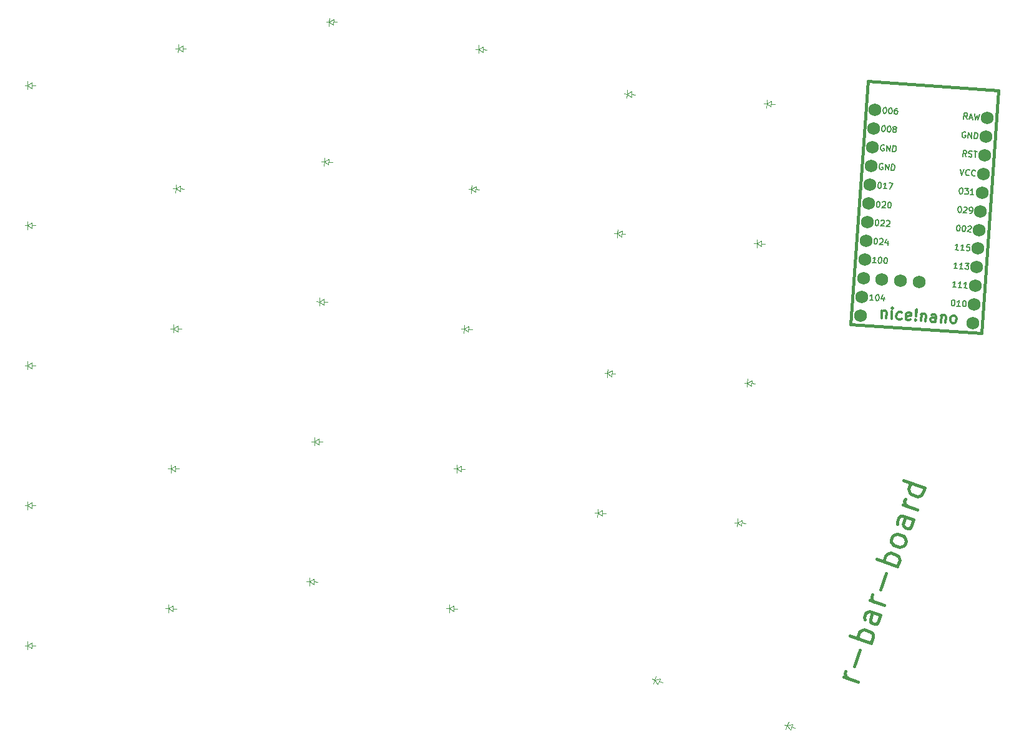
<source format=gbr>
%TF.GenerationSoftware,KiCad,Pcbnew,8.0.4*%
%TF.CreationDate,2024-08-23T21:57:30-04:00*%
%TF.ProjectId,left,6c656674-2e6b-4696-9361-645f70636258,v1.0.0*%
%TF.SameCoordinates,Original*%
%TF.FileFunction,Legend,Top*%
%TF.FilePolarity,Positive*%
%FSLAX46Y46*%
G04 Gerber Fmt 4.6, Leading zero omitted, Abs format (unit mm)*
G04 Created by KiCad (PCBNEW 8.0.4) date 2024-08-23 21:57:30*
%MOMM*%
%LPD*%
G01*
G04 APERTURE LIST*
%ADD10C,0.400000*%
%ADD11C,0.150000*%
%ADD12C,0.300000*%
%ADD13C,0.100000*%
%ADD14C,0.381000*%
%ADD15C,1.752600*%
G04 APERTURE END LIST*
D10*
X162266617Y-199941124D02*
X160375579Y-199289987D01*
X160915876Y-199476026D02*
X160692237Y-199247933D01*
X160692237Y-199247933D02*
X160603673Y-199066349D01*
X160603673Y-199066349D02*
X160561618Y-198749691D01*
X160561618Y-198749691D02*
X160654638Y-198479543D01*
X161790651Y-197813082D02*
X162534806Y-195651897D01*
X164080497Y-194673234D02*
X161243941Y-193696529D01*
X162324533Y-194068607D02*
X162282479Y-193751949D01*
X162282479Y-193751949D02*
X162468518Y-193211653D01*
X162468518Y-193211653D02*
X162696611Y-192988015D01*
X162696611Y-192988015D02*
X162878195Y-192899450D01*
X162878195Y-192899450D02*
X163194853Y-192857396D01*
X163194853Y-192857396D02*
X164005298Y-193136454D01*
X164005298Y-193136454D02*
X164228936Y-193364548D01*
X164228936Y-193364548D02*
X164317500Y-193546132D01*
X164317500Y-193546132D02*
X164359555Y-193862789D01*
X164359555Y-193862789D02*
X164173516Y-194403086D01*
X164173516Y-194403086D02*
X163945422Y-194626724D01*
X165382769Y-190891159D02*
X163896954Y-190379552D01*
X163896954Y-190379552D02*
X163580296Y-190421607D01*
X163580296Y-190421607D02*
X163352203Y-190645245D01*
X163352203Y-190645245D02*
X163166164Y-191185542D01*
X163166164Y-191185542D02*
X163208219Y-191502200D01*
X165247695Y-190844650D02*
X165289750Y-191161308D01*
X165289750Y-191161308D02*
X165057201Y-191836678D01*
X165057201Y-191836678D02*
X164829108Y-192060316D01*
X164829108Y-192060316D02*
X164512450Y-192102371D01*
X164512450Y-192102371D02*
X164242301Y-192009351D01*
X164242301Y-192009351D02*
X164018663Y-191781258D01*
X164018663Y-191781258D02*
X163976608Y-191464600D01*
X163976608Y-191464600D02*
X164209157Y-190789230D01*
X164209157Y-190789230D02*
X164167102Y-190472572D01*
X165847867Y-189540418D02*
X163956830Y-188889282D01*
X164497126Y-189075321D02*
X164273487Y-188847227D01*
X164273487Y-188847227D02*
X164184923Y-188665644D01*
X164184923Y-188665644D02*
X164142868Y-188348986D01*
X164142868Y-188348986D02*
X164235888Y-188078837D01*
X165371901Y-187412377D02*
X166116056Y-185251192D01*
X167661747Y-184272529D02*
X164825191Y-183295824D01*
X165905783Y-183667902D02*
X165863729Y-183351244D01*
X165863729Y-183351244D02*
X166049768Y-182810948D01*
X166049768Y-182810948D02*
X166277861Y-182587309D01*
X166277861Y-182587309D02*
X166459445Y-182498745D01*
X166459445Y-182498745D02*
X166776103Y-182456690D01*
X166776103Y-182456690D02*
X167586548Y-182735749D01*
X167586548Y-182735749D02*
X167810186Y-182963842D01*
X167810186Y-182963842D02*
X167898750Y-183145426D01*
X167898750Y-183145426D02*
X167940805Y-183462084D01*
X167940805Y-183462084D02*
X167754766Y-184002380D01*
X167754766Y-184002380D02*
X167526672Y-184226019D01*
X168684961Y-181300899D02*
X168456867Y-181524537D01*
X168456867Y-181524537D02*
X168275283Y-181613101D01*
X168275283Y-181613101D02*
X167958626Y-181655156D01*
X167958626Y-181655156D02*
X167148181Y-181376098D01*
X167148181Y-181376098D02*
X166924543Y-181148004D01*
X166924543Y-181148004D02*
X166835978Y-180966420D01*
X166835978Y-180966420D02*
X166793924Y-180649762D01*
X166793924Y-180649762D02*
X166933453Y-180244540D01*
X166933453Y-180244540D02*
X167161546Y-180020902D01*
X167161546Y-180020902D02*
X167343130Y-179932337D01*
X167343130Y-179932337D02*
X167659788Y-179890283D01*
X167659788Y-179890283D02*
X168470233Y-180169341D01*
X168470233Y-180169341D02*
X168693871Y-180397435D01*
X168693871Y-180397435D02*
X168782435Y-180579018D01*
X168782435Y-180579018D02*
X168824490Y-180895676D01*
X168824490Y-180895676D02*
X168684961Y-181300899D01*
X169847704Y-177924046D02*
X168361889Y-177412439D01*
X168361889Y-177412439D02*
X168045232Y-177454494D01*
X168045232Y-177454494D02*
X167817138Y-177678132D01*
X167817138Y-177678132D02*
X167631099Y-178218429D01*
X167631099Y-178218429D02*
X167673154Y-178535086D01*
X169712630Y-177877536D02*
X169754685Y-178194194D01*
X169754685Y-178194194D02*
X169522136Y-178869565D01*
X169522136Y-178869565D02*
X169294043Y-179093203D01*
X169294043Y-179093203D02*
X168977385Y-179135258D01*
X168977385Y-179135258D02*
X168707237Y-179042238D01*
X168707237Y-179042238D02*
X168483598Y-178814145D01*
X168483598Y-178814145D02*
X168441544Y-178497487D01*
X168441544Y-178497487D02*
X168674092Y-177822117D01*
X168674092Y-177822117D02*
X168632038Y-177505459D01*
X170312802Y-176573305D02*
X168421765Y-175922169D01*
X168962061Y-176108208D02*
X168738423Y-175880114D01*
X168738423Y-175880114D02*
X168649858Y-175698530D01*
X168649858Y-175698530D02*
X168607804Y-175381873D01*
X168607804Y-175381873D02*
X168700823Y-175111724D01*
X171336016Y-173601675D02*
X168499460Y-172624971D01*
X171200942Y-173555165D02*
X171242997Y-173871823D01*
X171242997Y-173871823D02*
X171056958Y-174412120D01*
X171056958Y-174412120D02*
X170828864Y-174635758D01*
X170828864Y-174635758D02*
X170647280Y-174724322D01*
X170647280Y-174724322D02*
X170330622Y-174766377D01*
X170330622Y-174766377D02*
X169520178Y-174487319D01*
X169520178Y-174487319D02*
X169296539Y-174259225D01*
X169296539Y-174259225D02*
X169207975Y-174077641D01*
X169207975Y-174077641D02*
X169165920Y-173760983D01*
X169165920Y-173760983D02*
X169351959Y-173220687D01*
X169351959Y-173220687D02*
X169580053Y-172997049D01*
D11*
X176272642Y-132897802D02*
X176348647Y-132903117D01*
X176348647Y-132903117D02*
X176421995Y-132946434D01*
X176421995Y-132946434D02*
X176457340Y-132987094D01*
X176457340Y-132987094D02*
X176490027Y-133065756D01*
X176490027Y-133065756D02*
X176517400Y-133220423D01*
X176517400Y-133220423D02*
X176504113Y-133410435D01*
X176504113Y-133410435D02*
X176455481Y-133559788D01*
X176455481Y-133559788D02*
X176412164Y-133633135D01*
X176412164Y-133633135D02*
X176371504Y-133668480D01*
X176371504Y-133668480D02*
X176292842Y-133701168D01*
X176292842Y-133701168D02*
X176216837Y-133695853D01*
X176216837Y-133695853D02*
X176143489Y-133652536D01*
X176143489Y-133652536D02*
X176108144Y-133611876D01*
X176108144Y-133611876D02*
X176075457Y-133533214D01*
X176075457Y-133533214D02*
X176048084Y-133378547D01*
X176048084Y-133378547D02*
X176061371Y-133188534D01*
X176061371Y-133188534D02*
X176110003Y-133039182D01*
X176110003Y-133039182D02*
X176153320Y-132965835D01*
X176153320Y-132965835D02*
X176193980Y-132930489D01*
X176193980Y-132930489D02*
X176272642Y-132897802D01*
X176804677Y-132935005D02*
X177298708Y-132969551D01*
X177298708Y-132969551D02*
X177011432Y-133254969D01*
X177011432Y-133254969D02*
X177125439Y-133262941D01*
X177125439Y-133262941D02*
X177198787Y-133306259D01*
X177198787Y-133306259D02*
X177234132Y-133346918D01*
X177234132Y-133346918D02*
X177266820Y-133425581D01*
X177266820Y-133425581D02*
X177253533Y-133615593D01*
X177253533Y-133615593D02*
X177210215Y-133688940D01*
X177210215Y-133688940D02*
X177169556Y-133724285D01*
X177169556Y-133724285D02*
X177090893Y-133756973D01*
X177090893Y-133756973D02*
X176862879Y-133741029D01*
X176862879Y-133741029D02*
X176789531Y-133697711D01*
X176789531Y-133697711D02*
X176754186Y-133657052D01*
X178002952Y-133820750D02*
X177546923Y-133788862D01*
X177774937Y-133804806D02*
X177830743Y-133006755D01*
X177830743Y-133006755D02*
X177746766Y-133115447D01*
X177746766Y-133115447D02*
X177665446Y-133186137D01*
X177665446Y-133186137D02*
X177586784Y-133218825D01*
X175918279Y-137965427D02*
X175994284Y-137970742D01*
X175994284Y-137970742D02*
X176067632Y-138014059D01*
X176067632Y-138014059D02*
X176102977Y-138054719D01*
X176102977Y-138054719D02*
X176135664Y-138133381D01*
X176135664Y-138133381D02*
X176163037Y-138288048D01*
X176163037Y-138288048D02*
X176149750Y-138478060D01*
X176149750Y-138478060D02*
X176101118Y-138627413D01*
X176101118Y-138627413D02*
X176057801Y-138700760D01*
X176057801Y-138700760D02*
X176017141Y-138736105D01*
X176017141Y-138736105D02*
X175938479Y-138768793D01*
X175938479Y-138768793D02*
X175862474Y-138763478D01*
X175862474Y-138763478D02*
X175789126Y-138720161D01*
X175789126Y-138720161D02*
X175753781Y-138679501D01*
X175753781Y-138679501D02*
X175721094Y-138600839D01*
X175721094Y-138600839D02*
X175693721Y-138446172D01*
X175693721Y-138446172D02*
X175707008Y-138256159D01*
X175707008Y-138256159D02*
X175755640Y-138106807D01*
X175755640Y-138106807D02*
X175798957Y-138033460D01*
X175798957Y-138033460D02*
X175839617Y-137998114D01*
X175839617Y-137998114D02*
X175918279Y-137965427D01*
X176678328Y-138018575D02*
X176754333Y-138023889D01*
X176754333Y-138023889D02*
X176827681Y-138067207D01*
X176827681Y-138067207D02*
X176863026Y-138107866D01*
X176863026Y-138107866D02*
X176895713Y-138186529D01*
X176895713Y-138186529D02*
X176923086Y-138341196D01*
X176923086Y-138341196D02*
X176909799Y-138531208D01*
X176909799Y-138531208D02*
X176861167Y-138680560D01*
X176861167Y-138680560D02*
X176817850Y-138753908D01*
X176817850Y-138753908D02*
X176777190Y-138789253D01*
X176777190Y-138789253D02*
X176698528Y-138821941D01*
X176698528Y-138821941D02*
X176622523Y-138816626D01*
X176622523Y-138816626D02*
X176549176Y-138773309D01*
X176549176Y-138773309D02*
X176513830Y-138732649D01*
X176513830Y-138732649D02*
X176481143Y-138653987D01*
X176481143Y-138653987D02*
X176453770Y-138499319D01*
X176453770Y-138499319D02*
X176467057Y-138309307D01*
X176467057Y-138309307D02*
X176515689Y-138159955D01*
X176515689Y-138159955D02*
X176559006Y-138086607D01*
X176559006Y-138086607D02*
X176599666Y-138051262D01*
X176599666Y-138051262D02*
X176678328Y-138018575D01*
X177243050Y-138134440D02*
X177283710Y-138099095D01*
X177283710Y-138099095D02*
X177362372Y-138066408D01*
X177362372Y-138066408D02*
X177552385Y-138079695D01*
X177552385Y-138079695D02*
X177625732Y-138123012D01*
X177625732Y-138123012D02*
X177661077Y-138163672D01*
X177661077Y-138163672D02*
X177693765Y-138242334D01*
X177693765Y-138242334D02*
X177688450Y-138318339D01*
X177688450Y-138318339D02*
X177642475Y-138429689D01*
X177642475Y-138429689D02*
X177154557Y-138853829D01*
X177154557Y-138853829D02*
X177648589Y-138888375D01*
X175596947Y-146383518D02*
X175140918Y-146351629D01*
X175368932Y-146367573D02*
X175424738Y-145569522D01*
X175424738Y-145569522D02*
X175340761Y-145678215D01*
X175340761Y-145678215D02*
X175259441Y-145748905D01*
X175259441Y-145748905D02*
X175180779Y-145781592D01*
X176356996Y-146436666D02*
X175900967Y-146404777D01*
X176128981Y-146420721D02*
X176184787Y-145622670D01*
X176184787Y-145622670D02*
X176100810Y-145731363D01*
X176100810Y-145731363D02*
X176019490Y-145802053D01*
X176019490Y-145802053D02*
X175940828Y-145834740D01*
X177117045Y-146489813D02*
X176661016Y-146457925D01*
X176889030Y-146473869D02*
X176944836Y-145675818D01*
X176944836Y-145675818D02*
X176860859Y-145784510D01*
X176860859Y-145784510D02*
X176779539Y-145855200D01*
X176779539Y-145855200D02*
X176700877Y-145887888D01*
X164693693Y-139726730D02*
X164769698Y-139732045D01*
X164769698Y-139732045D02*
X164843046Y-139775362D01*
X164843046Y-139775362D02*
X164878391Y-139816022D01*
X164878391Y-139816022D02*
X164911078Y-139894684D01*
X164911078Y-139894684D02*
X164938451Y-140049351D01*
X164938451Y-140049351D02*
X164925164Y-140239363D01*
X164925164Y-140239363D02*
X164876532Y-140388716D01*
X164876532Y-140388716D02*
X164833215Y-140462063D01*
X164833215Y-140462063D02*
X164792555Y-140497408D01*
X164792555Y-140497408D02*
X164713893Y-140530096D01*
X164713893Y-140530096D02*
X164637888Y-140524781D01*
X164637888Y-140524781D02*
X164564540Y-140481464D01*
X164564540Y-140481464D02*
X164529195Y-140440804D01*
X164529195Y-140440804D02*
X164496508Y-140362142D01*
X164496508Y-140362142D02*
X164469135Y-140207475D01*
X164469135Y-140207475D02*
X164482422Y-140017462D01*
X164482422Y-140017462D02*
X164531054Y-139868110D01*
X164531054Y-139868110D02*
X164574371Y-139794763D01*
X164574371Y-139794763D02*
X164615031Y-139759417D01*
X164615031Y-139759417D02*
X164693693Y-139726730D01*
X165258415Y-139842596D02*
X165299075Y-139807250D01*
X165299075Y-139807250D02*
X165377737Y-139774563D01*
X165377737Y-139774563D02*
X165567750Y-139787850D01*
X165567750Y-139787850D02*
X165641097Y-139831167D01*
X165641097Y-139831167D02*
X165676442Y-139871827D01*
X165676442Y-139871827D02*
X165709130Y-139950489D01*
X165709130Y-139950489D02*
X165703815Y-140026494D01*
X165703815Y-140026494D02*
X165657840Y-140137844D01*
X165657840Y-140137844D02*
X165169922Y-140561985D01*
X165169922Y-140561985D02*
X165663954Y-140596531D01*
X166385202Y-140112329D02*
X166347998Y-140644364D01*
X166216449Y-139795023D02*
X165986576Y-140351773D01*
X165986576Y-140351773D02*
X166480607Y-140386319D01*
X165224540Y-132135268D02*
X165300545Y-132140583D01*
X165300545Y-132140583D02*
X165373893Y-132183900D01*
X165373893Y-132183900D02*
X165409238Y-132224560D01*
X165409238Y-132224560D02*
X165441925Y-132303222D01*
X165441925Y-132303222D02*
X165469298Y-132457889D01*
X165469298Y-132457889D02*
X165456011Y-132647901D01*
X165456011Y-132647901D02*
X165407379Y-132797254D01*
X165407379Y-132797254D02*
X165364062Y-132870601D01*
X165364062Y-132870601D02*
X165323402Y-132905946D01*
X165323402Y-132905946D02*
X165244740Y-132938634D01*
X165244740Y-132938634D02*
X165168735Y-132933319D01*
X165168735Y-132933319D02*
X165095387Y-132890002D01*
X165095387Y-132890002D02*
X165060042Y-132849342D01*
X165060042Y-132849342D02*
X165027355Y-132770680D01*
X165027355Y-132770680D02*
X164999982Y-132616013D01*
X164999982Y-132616013D02*
X165013269Y-132426000D01*
X165013269Y-132426000D02*
X165061901Y-132276648D01*
X165061901Y-132276648D02*
X165105218Y-132203301D01*
X165105218Y-132203301D02*
X165145878Y-132167955D01*
X165145878Y-132167955D02*
X165224540Y-132135268D01*
X166194801Y-133005069D02*
X165738772Y-132973180D01*
X165966786Y-132989124D02*
X166022592Y-132191073D01*
X166022592Y-132191073D02*
X165938615Y-132299766D01*
X165938615Y-132299766D02*
X165857295Y-132370456D01*
X165857295Y-132370456D02*
X165778633Y-132403143D01*
X166516624Y-132225619D02*
X167048658Y-132262823D01*
X167048658Y-132262823D02*
X166650831Y-133036957D01*
D12*
X165563997Y-149579473D02*
X165494240Y-150577037D01*
X165554032Y-149721982D02*
X165630269Y-149655710D01*
X165630269Y-149655710D02*
X165777760Y-149594421D01*
X165777760Y-149594421D02*
X165991524Y-149609369D01*
X165991524Y-149609369D02*
X166129051Y-149690588D01*
X166129051Y-149690588D02*
X166190340Y-149838080D01*
X166190340Y-149838080D02*
X166135531Y-150621880D01*
X166848077Y-150671707D02*
X166917834Y-149674142D01*
X166952712Y-149175360D02*
X166876475Y-149241632D01*
X166876475Y-149241632D02*
X166942747Y-149317870D01*
X166942747Y-149317870D02*
X167018984Y-149251598D01*
X167018984Y-149251598D02*
X166952712Y-149175360D01*
X166952712Y-149175360D02*
X166942747Y-149317870D01*
X168206897Y-150695121D02*
X168059405Y-150756411D01*
X168059405Y-150756411D02*
X167774387Y-150736480D01*
X167774387Y-150736480D02*
X167636861Y-150655261D01*
X167636861Y-150655261D02*
X167570589Y-150579023D01*
X167570589Y-150579023D02*
X167509299Y-150431532D01*
X167509299Y-150431532D02*
X167539195Y-150004004D01*
X167539195Y-150004004D02*
X167620415Y-149866478D01*
X167620415Y-149866478D02*
X167696652Y-149800206D01*
X167696652Y-149800206D02*
X167844144Y-149738916D01*
X167844144Y-149738916D02*
X168129162Y-149758847D01*
X168129162Y-149758847D02*
X168266688Y-149840067D01*
X169418225Y-150779826D02*
X169270733Y-150841115D01*
X169270733Y-150841115D02*
X168985715Y-150821185D01*
X168985715Y-150821185D02*
X168848188Y-150739965D01*
X168848188Y-150739965D02*
X168786899Y-150592473D01*
X168786899Y-150592473D02*
X168826760Y-150022437D01*
X168826760Y-150022437D02*
X168907979Y-149884910D01*
X168907979Y-149884910D02*
X169055471Y-149823621D01*
X169055471Y-149823621D02*
X169340489Y-149843551D01*
X169340489Y-149843551D02*
X169478016Y-149924771D01*
X169478016Y-149924771D02*
X169539305Y-150072263D01*
X169539305Y-150072263D02*
X169529340Y-150214772D01*
X169529340Y-150214772D02*
X168806829Y-150307455D01*
X170135753Y-150758397D02*
X170202025Y-150834634D01*
X170202025Y-150834634D02*
X170125788Y-150900906D01*
X170125788Y-150900906D02*
X170059516Y-150824669D01*
X170059516Y-150824669D02*
X170135753Y-150758397D01*
X170135753Y-150758397D02*
X170125788Y-150900906D01*
X170165648Y-150330870D02*
X170154185Y-149470832D01*
X170154185Y-149470832D02*
X170230422Y-149404560D01*
X170230422Y-149404560D02*
X170296694Y-149480797D01*
X170296694Y-149480797D02*
X170165648Y-150330870D01*
X170165648Y-150330870D02*
X170230422Y-149404560D01*
X170908090Y-149953168D02*
X170838334Y-150950732D01*
X170898125Y-150095678D02*
X170974362Y-150029406D01*
X170974362Y-150029406D02*
X171121854Y-149968116D01*
X171121854Y-149968116D02*
X171335617Y-149983064D01*
X171335617Y-149983064D02*
X171473144Y-150064284D01*
X171473144Y-150064284D02*
X171534433Y-150211776D01*
X171534433Y-150211776D02*
X171479625Y-150995576D01*
X172833462Y-151090245D02*
X172888270Y-150306445D01*
X172888270Y-150306445D02*
X172826981Y-150158953D01*
X172826981Y-150158953D02*
X172689455Y-150077734D01*
X172689455Y-150077734D02*
X172404436Y-150057803D01*
X172404436Y-150057803D02*
X172256944Y-150119092D01*
X172838444Y-151018991D02*
X172690953Y-151080280D01*
X172690953Y-151080280D02*
X172334680Y-151055367D01*
X172334680Y-151055367D02*
X172197153Y-150974147D01*
X172197153Y-150974147D02*
X172135864Y-150826656D01*
X172135864Y-150826656D02*
X172145829Y-150684146D01*
X172145829Y-150684146D02*
X172227049Y-150546620D01*
X172227049Y-150546620D02*
X172374541Y-150485331D01*
X172374541Y-150485331D02*
X172730813Y-150510244D01*
X172730813Y-150510244D02*
X172878305Y-150448954D01*
X173615764Y-150142507D02*
X173546008Y-151140071D01*
X173605799Y-150285017D02*
X173682036Y-150218745D01*
X173682036Y-150218745D02*
X173829528Y-150157455D01*
X173829528Y-150157455D02*
X174043292Y-150172403D01*
X174043292Y-150172403D02*
X174180818Y-150253623D01*
X174180818Y-150253623D02*
X174242108Y-150401115D01*
X174242108Y-150401115D02*
X174187299Y-151184915D01*
X175113608Y-151249689D02*
X174976082Y-151168469D01*
X174976082Y-151168469D02*
X174909810Y-151092232D01*
X174909810Y-151092232D02*
X174848521Y-150944740D01*
X174848521Y-150944740D02*
X174878416Y-150517213D01*
X174878416Y-150517213D02*
X174959636Y-150379686D01*
X174959636Y-150379686D02*
X175035873Y-150313414D01*
X175035873Y-150313414D02*
X175183365Y-150252125D01*
X175183365Y-150252125D02*
X175397129Y-150267073D01*
X175397129Y-150267073D02*
X175534655Y-150348292D01*
X175534655Y-150348292D02*
X175600927Y-150424530D01*
X175600927Y-150424530D02*
X175662217Y-150572021D01*
X175662217Y-150572021D02*
X175632321Y-150999549D01*
X175632321Y-150999549D02*
X175551101Y-151137075D01*
X175551101Y-151137075D02*
X175474864Y-151203347D01*
X175474864Y-151203347D02*
X175327372Y-151264637D01*
X175327372Y-151264637D02*
X175113608Y-151249689D01*
D11*
X165842960Y-127114269D02*
X165769613Y-127070952D01*
X165769613Y-127070952D02*
X165655606Y-127062980D01*
X165655606Y-127062980D02*
X165538941Y-127093010D01*
X165538941Y-127093010D02*
X165457621Y-127163700D01*
X165457621Y-127163700D02*
X165414304Y-127237048D01*
X165414304Y-127237048D02*
X165365672Y-127386400D01*
X165365672Y-127386400D02*
X165357700Y-127500407D01*
X165357700Y-127500407D02*
X165385073Y-127655075D01*
X165385073Y-127655075D02*
X165417760Y-127733737D01*
X165417760Y-127733737D02*
X165488451Y-127815056D01*
X165488451Y-127815056D02*
X165599800Y-127861031D01*
X165599800Y-127861031D02*
X165675805Y-127866346D01*
X165675805Y-127866346D02*
X165792470Y-127836316D01*
X165792470Y-127836316D02*
X165833130Y-127800971D01*
X165833130Y-127800971D02*
X165851732Y-127534953D01*
X165851732Y-127534953D02*
X165699722Y-127524324D01*
X166169837Y-127900892D02*
X166225642Y-127102841D01*
X166225642Y-127102841D02*
X166625866Y-127932781D01*
X166625866Y-127932781D02*
X166681671Y-127134729D01*
X167005890Y-127959354D02*
X167061696Y-127161303D01*
X167061696Y-127161303D02*
X167251708Y-127174590D01*
X167251708Y-127174590D02*
X167363058Y-127220565D01*
X167363058Y-127220565D02*
X167433748Y-127301884D01*
X167433748Y-127301884D02*
X167466436Y-127380547D01*
X167466436Y-127380547D02*
X167493808Y-127535214D01*
X167493808Y-127535214D02*
X167485836Y-127649221D01*
X167485836Y-127649221D02*
X167437204Y-127798574D01*
X167437204Y-127798574D02*
X167393887Y-127871921D01*
X167393887Y-127871921D02*
X167312567Y-127942611D01*
X167312567Y-127942611D02*
X167195903Y-127972641D01*
X167195903Y-127972641D02*
X167005890Y-127959354D01*
X175774128Y-143849706D02*
X175318099Y-143817817D01*
X175546113Y-143833761D02*
X175601919Y-143035710D01*
X175601919Y-143035710D02*
X175517942Y-143144403D01*
X175517942Y-143144403D02*
X175436622Y-143215093D01*
X175436622Y-143215093D02*
X175357960Y-143247780D01*
X176534177Y-143902854D02*
X176078148Y-143870965D01*
X176306162Y-143886909D02*
X176361968Y-143088858D01*
X176361968Y-143088858D02*
X176277991Y-143197551D01*
X176277991Y-143197551D02*
X176196671Y-143268241D01*
X176196671Y-143268241D02*
X176118009Y-143300928D01*
X176856000Y-143123404D02*
X177350031Y-143157950D01*
X177350031Y-143157950D02*
X177062755Y-143443368D01*
X177062755Y-143443368D02*
X177176762Y-143451340D01*
X177176762Y-143451340D02*
X177250110Y-143494657D01*
X177250110Y-143494657D02*
X177285455Y-143535317D01*
X177285455Y-143535317D02*
X177318143Y-143613979D01*
X177318143Y-143613979D02*
X177304856Y-143803992D01*
X177304856Y-143803992D02*
X177261538Y-143877339D01*
X177261538Y-143877339D02*
X177220879Y-143912684D01*
X177220879Y-143912684D02*
X177142216Y-143945372D01*
X177142216Y-143945372D02*
X176914202Y-143929427D01*
X176914202Y-143929427D02*
X176840854Y-143886110D01*
X176840854Y-143886110D02*
X176805509Y-143845450D01*
X164868782Y-137222844D02*
X164944787Y-137228159D01*
X164944787Y-137228159D02*
X165018135Y-137271476D01*
X165018135Y-137271476D02*
X165053480Y-137312136D01*
X165053480Y-137312136D02*
X165086167Y-137390798D01*
X165086167Y-137390798D02*
X165113540Y-137545465D01*
X165113540Y-137545465D02*
X165100253Y-137735477D01*
X165100253Y-137735477D02*
X165051621Y-137884830D01*
X165051621Y-137884830D02*
X165008304Y-137958177D01*
X165008304Y-137958177D02*
X164967644Y-137993522D01*
X164967644Y-137993522D02*
X164888982Y-138026210D01*
X164888982Y-138026210D02*
X164812977Y-138020895D01*
X164812977Y-138020895D02*
X164739629Y-137977578D01*
X164739629Y-137977578D02*
X164704284Y-137936918D01*
X164704284Y-137936918D02*
X164671597Y-137858256D01*
X164671597Y-137858256D02*
X164644224Y-137703589D01*
X164644224Y-137703589D02*
X164657511Y-137513576D01*
X164657511Y-137513576D02*
X164706143Y-137364224D01*
X164706143Y-137364224D02*
X164749460Y-137290877D01*
X164749460Y-137290877D02*
X164790120Y-137255531D01*
X164790120Y-137255531D02*
X164868782Y-137222844D01*
X165433504Y-137338710D02*
X165474164Y-137303364D01*
X165474164Y-137303364D02*
X165552826Y-137270677D01*
X165552826Y-137270677D02*
X165742839Y-137283964D01*
X165742839Y-137283964D02*
X165816186Y-137327281D01*
X165816186Y-137327281D02*
X165851531Y-137367941D01*
X165851531Y-137367941D02*
X165884219Y-137446603D01*
X165884219Y-137446603D02*
X165878904Y-137522608D01*
X165878904Y-137522608D02*
X165832929Y-137633958D01*
X165832929Y-137633958D02*
X165345011Y-138058099D01*
X165345011Y-138058099D02*
X165839043Y-138092645D01*
X166193553Y-137391857D02*
X166234213Y-137356512D01*
X166234213Y-137356512D02*
X166312875Y-137323825D01*
X166312875Y-137323825D02*
X166502888Y-137337112D01*
X166502888Y-137337112D02*
X166576235Y-137380429D01*
X166576235Y-137380429D02*
X166611580Y-137421089D01*
X166611580Y-137421089D02*
X166644268Y-137499751D01*
X166644268Y-137499751D02*
X166638953Y-137575756D01*
X166638953Y-137575756D02*
X166592978Y-137687106D01*
X166592978Y-137687106D02*
X166105060Y-138111246D01*
X166105060Y-138111246D02*
X166599092Y-138145792D01*
X164372361Y-148144821D02*
X163916332Y-148112932D01*
X164144346Y-148128876D02*
X164200152Y-147330825D01*
X164200152Y-147330825D02*
X164116175Y-147439518D01*
X164116175Y-147439518D02*
X164034855Y-147510208D01*
X164034855Y-147510208D02*
X163956193Y-147542895D01*
X164922198Y-147381316D02*
X164998203Y-147386630D01*
X164998203Y-147386630D02*
X165071551Y-147429948D01*
X165071551Y-147429948D02*
X165106896Y-147470607D01*
X165106896Y-147470607D02*
X165139583Y-147549270D01*
X165139583Y-147549270D02*
X165166956Y-147703937D01*
X165166956Y-147703937D02*
X165153669Y-147893949D01*
X165153669Y-147893949D02*
X165105037Y-148043301D01*
X165105037Y-148043301D02*
X165061720Y-148116649D01*
X165061720Y-148116649D02*
X165021060Y-148151994D01*
X165021060Y-148151994D02*
X164942398Y-148184682D01*
X164942398Y-148184682D02*
X164866393Y-148179367D01*
X164866393Y-148179367D02*
X164793046Y-148136050D01*
X164793046Y-148136050D02*
X164757700Y-148095390D01*
X164757700Y-148095390D02*
X164725013Y-148016728D01*
X164725013Y-148016728D02*
X164697640Y-147862060D01*
X164697640Y-147862060D02*
X164710927Y-147672048D01*
X164710927Y-147672048D02*
X164759559Y-147522696D01*
X164759559Y-147522696D02*
X164802876Y-147449348D01*
X164802876Y-147449348D02*
X164843536Y-147414003D01*
X164843536Y-147414003D02*
X164922198Y-147381316D01*
X165853658Y-147713767D02*
X165816454Y-148245802D01*
X165684905Y-147396461D02*
X165455032Y-147953211D01*
X165455032Y-147953211D02*
X165949063Y-147987757D01*
X164726724Y-143077196D02*
X164270695Y-143045307D01*
X164498709Y-143061251D02*
X164554515Y-142263200D01*
X164554515Y-142263200D02*
X164470538Y-142371893D01*
X164470538Y-142371893D02*
X164389218Y-142442583D01*
X164389218Y-142442583D02*
X164310556Y-142475270D01*
X165276561Y-142313691D02*
X165352566Y-142319005D01*
X165352566Y-142319005D02*
X165425914Y-142362323D01*
X165425914Y-142362323D02*
X165461259Y-142402982D01*
X165461259Y-142402982D02*
X165493946Y-142481645D01*
X165493946Y-142481645D02*
X165521319Y-142636312D01*
X165521319Y-142636312D02*
X165508032Y-142826324D01*
X165508032Y-142826324D02*
X165459400Y-142975676D01*
X165459400Y-142975676D02*
X165416083Y-143049024D01*
X165416083Y-143049024D02*
X165375423Y-143084369D01*
X165375423Y-143084369D02*
X165296761Y-143117057D01*
X165296761Y-143117057D02*
X165220756Y-143111742D01*
X165220756Y-143111742D02*
X165147409Y-143068425D01*
X165147409Y-143068425D02*
X165112063Y-143027765D01*
X165112063Y-143027765D02*
X165079376Y-142949103D01*
X165079376Y-142949103D02*
X165052003Y-142794435D01*
X165052003Y-142794435D02*
X165065290Y-142604423D01*
X165065290Y-142604423D02*
X165113922Y-142455071D01*
X165113922Y-142455071D02*
X165157239Y-142381723D01*
X165157239Y-142381723D02*
X165197899Y-142346378D01*
X165197899Y-142346378D02*
X165276561Y-142313691D01*
X166036610Y-142366838D02*
X166112615Y-142372153D01*
X166112615Y-142372153D02*
X166185963Y-142415470D01*
X166185963Y-142415470D02*
X166221308Y-142456130D01*
X166221308Y-142456130D02*
X166253995Y-142534793D01*
X166253995Y-142534793D02*
X166281368Y-142689460D01*
X166281368Y-142689460D02*
X166268081Y-142879472D01*
X166268081Y-142879472D02*
X166219449Y-143028824D01*
X166219449Y-143028824D02*
X166176132Y-143102172D01*
X166176132Y-143102172D02*
X166135472Y-143137517D01*
X166135472Y-143137517D02*
X166056810Y-143170204D01*
X166056810Y-143170204D02*
X165980805Y-143164890D01*
X165980805Y-143164890D02*
X165907458Y-143121572D01*
X165907458Y-143121572D02*
X165872112Y-143080913D01*
X165872112Y-143080913D02*
X165839425Y-143002250D01*
X165839425Y-143002250D02*
X165812052Y-142847583D01*
X165812052Y-142847583D02*
X165825339Y-142657571D01*
X165825339Y-142657571D02*
X165873971Y-142508219D01*
X165873971Y-142508219D02*
X165917288Y-142434871D01*
X165917288Y-142434871D02*
X165957948Y-142399526D01*
X165957948Y-142399526D02*
X166036610Y-142366838D01*
X176909218Y-125341896D02*
X176835871Y-125298579D01*
X176835871Y-125298579D02*
X176721864Y-125290607D01*
X176721864Y-125290607D02*
X176605199Y-125320637D01*
X176605199Y-125320637D02*
X176523879Y-125391327D01*
X176523879Y-125391327D02*
X176480562Y-125464675D01*
X176480562Y-125464675D02*
X176431930Y-125614027D01*
X176431930Y-125614027D02*
X176423958Y-125728034D01*
X176423958Y-125728034D02*
X176451331Y-125882702D01*
X176451331Y-125882702D02*
X176484018Y-125961364D01*
X176484018Y-125961364D02*
X176554709Y-126042683D01*
X176554709Y-126042683D02*
X176666058Y-126088658D01*
X176666058Y-126088658D02*
X176742063Y-126093973D01*
X176742063Y-126093973D02*
X176858728Y-126063943D01*
X176858728Y-126063943D02*
X176899388Y-126028598D01*
X176899388Y-126028598D02*
X176917990Y-125762580D01*
X176917990Y-125762580D02*
X176765980Y-125751951D01*
X177236095Y-126128519D02*
X177291900Y-125330468D01*
X177291900Y-125330468D02*
X177692124Y-126160408D01*
X177692124Y-126160408D02*
X177747929Y-125362356D01*
X178072148Y-126186981D02*
X178127954Y-125388930D01*
X178127954Y-125388930D02*
X178317966Y-125402217D01*
X178317966Y-125402217D02*
X178429316Y-125448192D01*
X178429316Y-125448192D02*
X178500006Y-125529511D01*
X178500006Y-125529511D02*
X178532694Y-125608174D01*
X178532694Y-125608174D02*
X178560066Y-125762841D01*
X178560066Y-125762841D02*
X178552094Y-125876848D01*
X178552094Y-125876848D02*
X178503462Y-126026201D01*
X178503462Y-126026201D02*
X178460145Y-126099548D01*
X178460145Y-126099548D02*
X178378825Y-126170238D01*
X178378825Y-126170238D02*
X178262161Y-126200268D01*
X178262161Y-126200268D02*
X178072148Y-126186981D01*
X175951310Y-141315893D02*
X175495281Y-141284004D01*
X175723295Y-141299948D02*
X175779101Y-140501897D01*
X175779101Y-140501897D02*
X175695124Y-140610590D01*
X175695124Y-140610590D02*
X175613804Y-140681280D01*
X175613804Y-140681280D02*
X175535142Y-140713967D01*
X176711359Y-141369041D02*
X176255330Y-141337152D01*
X176483344Y-141353096D02*
X176539150Y-140555045D01*
X176539150Y-140555045D02*
X176455173Y-140663738D01*
X176455173Y-140663738D02*
X176373853Y-140734428D01*
X176373853Y-140734428D02*
X176295191Y-140767115D01*
X177489211Y-140621480D02*
X177109186Y-140594906D01*
X177109186Y-140594906D02*
X177044610Y-140972273D01*
X177044610Y-140972273D02*
X177085270Y-140936928D01*
X177085270Y-140936928D02*
X177163932Y-140904240D01*
X177163932Y-140904240D02*
X177353944Y-140917527D01*
X177353944Y-140917527D02*
X177427292Y-140960844D01*
X177427292Y-140960844D02*
X177462637Y-141001504D01*
X177462637Y-141001504D02*
X177495325Y-141080166D01*
X177495325Y-141080166D02*
X177482038Y-141270179D01*
X177482038Y-141270179D02*
X177438720Y-141343526D01*
X177438720Y-141343526D02*
X177398061Y-141378871D01*
X177398061Y-141378871D02*
X177319398Y-141411559D01*
X177319398Y-141411559D02*
X177129386Y-141398272D01*
X177129386Y-141398272D02*
X177056039Y-141354955D01*
X177056039Y-141354955D02*
X177020694Y-141314295D01*
X176095460Y-135431615D02*
X176171465Y-135436930D01*
X176171465Y-135436930D02*
X176244813Y-135480247D01*
X176244813Y-135480247D02*
X176280158Y-135520907D01*
X176280158Y-135520907D02*
X176312845Y-135599569D01*
X176312845Y-135599569D02*
X176340218Y-135754236D01*
X176340218Y-135754236D02*
X176326931Y-135944248D01*
X176326931Y-135944248D02*
X176278299Y-136093601D01*
X176278299Y-136093601D02*
X176234982Y-136166948D01*
X176234982Y-136166948D02*
X176194322Y-136202293D01*
X176194322Y-136202293D02*
X176115660Y-136234981D01*
X176115660Y-136234981D02*
X176039655Y-136229666D01*
X176039655Y-136229666D02*
X175966307Y-136186349D01*
X175966307Y-136186349D02*
X175930962Y-136145689D01*
X175930962Y-136145689D02*
X175898275Y-136067027D01*
X175898275Y-136067027D02*
X175870902Y-135912360D01*
X175870902Y-135912360D02*
X175884189Y-135722347D01*
X175884189Y-135722347D02*
X175932821Y-135572995D01*
X175932821Y-135572995D02*
X175976138Y-135499648D01*
X175976138Y-135499648D02*
X176016798Y-135464302D01*
X176016798Y-135464302D02*
X176095460Y-135431615D01*
X176660182Y-135547481D02*
X176700842Y-135512135D01*
X176700842Y-135512135D02*
X176779504Y-135479448D01*
X176779504Y-135479448D02*
X176969517Y-135492735D01*
X176969517Y-135492735D02*
X177042864Y-135536052D01*
X177042864Y-135536052D02*
X177078209Y-135576712D01*
X177078209Y-135576712D02*
X177110897Y-135655374D01*
X177110897Y-135655374D02*
X177105582Y-135731379D01*
X177105582Y-135731379D02*
X177059607Y-135842729D01*
X177059607Y-135842729D02*
X176571689Y-136266870D01*
X176571689Y-136266870D02*
X177065721Y-136301416D01*
X177445746Y-136327989D02*
X177597755Y-136338619D01*
X177597755Y-136338619D02*
X177676418Y-136305931D01*
X177676418Y-136305931D02*
X177717078Y-136270586D01*
X177717078Y-136270586D02*
X177801055Y-136161894D01*
X177801055Y-136161894D02*
X177849687Y-136012541D01*
X177849687Y-136012541D02*
X177870946Y-135708522D01*
X177870946Y-135708522D02*
X177838258Y-135629860D01*
X177838258Y-135629860D02*
X177802913Y-135589200D01*
X177802913Y-135589200D02*
X177729566Y-135545883D01*
X177729566Y-135545883D02*
X177577556Y-135535253D01*
X177577556Y-135535253D02*
X177498894Y-135567941D01*
X177498894Y-135567941D02*
X177458234Y-135603286D01*
X177458234Y-135603286D02*
X177414916Y-135676633D01*
X177414916Y-135676633D02*
X177401630Y-135866645D01*
X177401630Y-135866645D02*
X177434317Y-135945308D01*
X177434317Y-135945308D02*
X177469662Y-135985968D01*
X177469662Y-135985968D02*
X177543010Y-136029285D01*
X177543010Y-136029285D02*
X177695019Y-136039914D01*
X177695019Y-136039914D02*
X177773682Y-136007227D01*
X177773682Y-136007227D02*
X177814342Y-135971882D01*
X177814342Y-135971882D02*
X177857659Y-135898534D01*
X176982908Y-128657017D02*
X176743465Y-128258391D01*
X176526879Y-128625129D02*
X176582684Y-127827077D01*
X176582684Y-127827077D02*
X176886704Y-127848336D01*
X176886704Y-127848336D02*
X176960051Y-127891654D01*
X176960051Y-127891654D02*
X176995396Y-127932313D01*
X176995396Y-127932313D02*
X177028084Y-128010976D01*
X177028084Y-128010976D02*
X177020112Y-128124983D01*
X177020112Y-128124983D02*
X176976795Y-128198331D01*
X176976795Y-128198331D02*
X176936135Y-128233676D01*
X176936135Y-128233676D02*
X176857472Y-128266363D01*
X176857472Y-128266363D02*
X176553453Y-128245104D01*
X177289585Y-128640274D02*
X177400935Y-128686249D01*
X177400935Y-128686249D02*
X177590947Y-128699535D01*
X177590947Y-128699535D02*
X177669610Y-128666848D01*
X177669610Y-128666848D02*
X177710269Y-128631503D01*
X177710269Y-128631503D02*
X177753587Y-128558155D01*
X177753587Y-128558155D02*
X177758901Y-128482150D01*
X177758901Y-128482150D02*
X177726214Y-128403488D01*
X177726214Y-128403488D02*
X177690869Y-128362828D01*
X177690869Y-128362828D02*
X177617521Y-128319511D01*
X177617521Y-128319511D02*
X177468169Y-128270879D01*
X177468169Y-128270879D02*
X177394821Y-128227562D01*
X177394821Y-128227562D02*
X177359476Y-128186902D01*
X177359476Y-128186902D02*
X177326789Y-128108240D01*
X177326789Y-128108240D02*
X177332103Y-128032235D01*
X177332103Y-128032235D02*
X177375421Y-127958887D01*
X177375421Y-127958887D02*
X177416080Y-127923542D01*
X177416080Y-127923542D02*
X177494743Y-127890855D01*
X177494743Y-127890855D02*
X177684755Y-127904142D01*
X177684755Y-127904142D02*
X177796105Y-127950116D01*
X178026777Y-127928058D02*
X178482806Y-127959947D01*
X178198987Y-128742054D02*
X178254792Y-127944002D01*
X165933963Y-121990041D02*
X166009968Y-121995356D01*
X166009968Y-121995356D02*
X166083316Y-122038673D01*
X166083316Y-122038673D02*
X166118661Y-122079333D01*
X166118661Y-122079333D02*
X166151348Y-122157995D01*
X166151348Y-122157995D02*
X166178721Y-122312662D01*
X166178721Y-122312662D02*
X166165434Y-122502674D01*
X166165434Y-122502674D02*
X166116802Y-122652027D01*
X166116802Y-122652027D02*
X166073485Y-122725374D01*
X166073485Y-122725374D02*
X166032825Y-122760719D01*
X166032825Y-122760719D02*
X165954163Y-122793407D01*
X165954163Y-122793407D02*
X165878158Y-122788092D01*
X165878158Y-122788092D02*
X165804810Y-122744775D01*
X165804810Y-122744775D02*
X165769465Y-122704115D01*
X165769465Y-122704115D02*
X165736778Y-122625453D01*
X165736778Y-122625453D02*
X165709405Y-122470786D01*
X165709405Y-122470786D02*
X165722692Y-122280773D01*
X165722692Y-122280773D02*
X165771324Y-122131421D01*
X165771324Y-122131421D02*
X165814641Y-122058074D01*
X165814641Y-122058074D02*
X165855301Y-122022728D01*
X165855301Y-122022728D02*
X165933963Y-121990041D01*
X166694012Y-122043189D02*
X166770017Y-122048503D01*
X166770017Y-122048503D02*
X166843365Y-122091821D01*
X166843365Y-122091821D02*
X166878710Y-122132480D01*
X166878710Y-122132480D02*
X166911397Y-122211143D01*
X166911397Y-122211143D02*
X166938770Y-122365810D01*
X166938770Y-122365810D02*
X166925483Y-122555822D01*
X166925483Y-122555822D02*
X166876851Y-122705174D01*
X166876851Y-122705174D02*
X166833534Y-122778522D01*
X166833534Y-122778522D02*
X166792874Y-122813867D01*
X166792874Y-122813867D02*
X166714212Y-122846555D01*
X166714212Y-122846555D02*
X166638207Y-122841240D01*
X166638207Y-122841240D02*
X166564860Y-122797923D01*
X166564860Y-122797923D02*
X166529514Y-122757263D01*
X166529514Y-122757263D02*
X166496827Y-122678601D01*
X166496827Y-122678601D02*
X166469454Y-122523933D01*
X166469454Y-122523933D02*
X166482741Y-122333921D01*
X166482741Y-122333921D02*
X166531373Y-122184569D01*
X166531373Y-122184569D02*
X166574690Y-122111221D01*
X166574690Y-122111221D02*
X166615350Y-122075876D01*
X166615350Y-122075876D02*
X166694012Y-122043189D01*
X167644073Y-122109623D02*
X167492064Y-122098994D01*
X167492064Y-122098994D02*
X167413401Y-122131681D01*
X167413401Y-122131681D02*
X167372742Y-122167027D01*
X167372742Y-122167027D02*
X167288765Y-122275719D01*
X167288765Y-122275719D02*
X167240133Y-122425071D01*
X167240133Y-122425071D02*
X167218873Y-122729091D01*
X167218873Y-122729091D02*
X167251561Y-122807753D01*
X167251561Y-122807753D02*
X167286906Y-122848413D01*
X167286906Y-122848413D02*
X167360254Y-122891730D01*
X167360254Y-122891730D02*
X167512263Y-122902360D01*
X167512263Y-122902360D02*
X167590926Y-122869672D01*
X167590926Y-122869672D02*
X167631585Y-122834327D01*
X167631585Y-122834327D02*
X167674903Y-122760980D01*
X167674903Y-122760980D02*
X167688190Y-122570967D01*
X167688190Y-122570967D02*
X167655502Y-122492305D01*
X167655502Y-122492305D02*
X167620157Y-122451645D01*
X167620157Y-122451645D02*
X167546809Y-122408328D01*
X167546809Y-122408328D02*
X167394800Y-122397699D01*
X167394800Y-122397699D02*
X167316137Y-122430386D01*
X167316137Y-122430386D02*
X167275478Y-122465731D01*
X167275478Y-122465731D02*
X167232160Y-122539079D01*
X165043173Y-134728934D02*
X165119178Y-134734249D01*
X165119178Y-134734249D02*
X165192526Y-134777566D01*
X165192526Y-134777566D02*
X165227871Y-134818226D01*
X165227871Y-134818226D02*
X165260558Y-134896888D01*
X165260558Y-134896888D02*
X165287931Y-135051555D01*
X165287931Y-135051555D02*
X165274644Y-135241567D01*
X165274644Y-135241567D02*
X165226012Y-135390920D01*
X165226012Y-135390920D02*
X165182695Y-135464267D01*
X165182695Y-135464267D02*
X165142035Y-135499612D01*
X165142035Y-135499612D02*
X165063373Y-135532300D01*
X165063373Y-135532300D02*
X164987368Y-135526985D01*
X164987368Y-135526985D02*
X164914020Y-135483668D01*
X164914020Y-135483668D02*
X164878675Y-135443008D01*
X164878675Y-135443008D02*
X164845988Y-135364346D01*
X164845988Y-135364346D02*
X164818615Y-135209679D01*
X164818615Y-135209679D02*
X164831902Y-135019666D01*
X164831902Y-135019666D02*
X164880534Y-134870314D01*
X164880534Y-134870314D02*
X164923851Y-134796967D01*
X164923851Y-134796967D02*
X164964511Y-134761621D01*
X164964511Y-134761621D02*
X165043173Y-134728934D01*
X165607895Y-134844800D02*
X165648555Y-134809454D01*
X165648555Y-134809454D02*
X165727217Y-134776767D01*
X165727217Y-134776767D02*
X165917230Y-134790054D01*
X165917230Y-134790054D02*
X165990577Y-134833371D01*
X165990577Y-134833371D02*
X166025922Y-134874031D01*
X166025922Y-134874031D02*
X166058610Y-134952693D01*
X166058610Y-134952693D02*
X166053295Y-135028698D01*
X166053295Y-135028698D02*
X166007320Y-135140048D01*
X166007320Y-135140048D02*
X165519402Y-135564189D01*
X165519402Y-135564189D02*
X166013434Y-135598735D01*
X166563271Y-134835229D02*
X166639276Y-134840544D01*
X166639276Y-134840544D02*
X166712624Y-134883861D01*
X166712624Y-134883861D02*
X166747969Y-134924521D01*
X166747969Y-134924521D02*
X166780656Y-135003184D01*
X166780656Y-135003184D02*
X166808029Y-135157851D01*
X166808029Y-135157851D02*
X166794742Y-135347863D01*
X166794742Y-135347863D02*
X166746110Y-135497215D01*
X166746110Y-135497215D02*
X166702793Y-135570563D01*
X166702793Y-135570563D02*
X166662133Y-135605908D01*
X166662133Y-135605908D02*
X166583471Y-135638595D01*
X166583471Y-135638595D02*
X166507466Y-135633281D01*
X166507466Y-135633281D02*
X166434119Y-135589963D01*
X166434119Y-135589963D02*
X166398773Y-135549304D01*
X166398773Y-135549304D02*
X166366086Y-135470641D01*
X166366086Y-135470641D02*
X166338713Y-135315974D01*
X166338713Y-135315974D02*
X166352000Y-135125962D01*
X166352000Y-135125962D02*
X166400632Y-134976610D01*
X166400632Y-134976610D02*
X166443949Y-134903262D01*
X166443949Y-134903262D02*
X166484609Y-134867917D01*
X166484609Y-134867917D02*
X166563271Y-134835229D01*
X165665778Y-129648083D02*
X165592431Y-129604766D01*
X165592431Y-129604766D02*
X165478424Y-129596794D01*
X165478424Y-129596794D02*
X165361759Y-129626824D01*
X165361759Y-129626824D02*
X165280439Y-129697514D01*
X165280439Y-129697514D02*
X165237122Y-129770862D01*
X165237122Y-129770862D02*
X165188490Y-129920214D01*
X165188490Y-129920214D02*
X165180518Y-130034221D01*
X165180518Y-130034221D02*
X165207891Y-130188889D01*
X165207891Y-130188889D02*
X165240578Y-130267551D01*
X165240578Y-130267551D02*
X165311269Y-130348870D01*
X165311269Y-130348870D02*
X165422618Y-130394845D01*
X165422618Y-130394845D02*
X165498623Y-130400160D01*
X165498623Y-130400160D02*
X165615288Y-130370130D01*
X165615288Y-130370130D02*
X165655948Y-130334785D01*
X165655948Y-130334785D02*
X165674550Y-130068767D01*
X165674550Y-130068767D02*
X165522540Y-130058138D01*
X165992655Y-130434706D02*
X166048460Y-129636655D01*
X166048460Y-129636655D02*
X166448684Y-130466595D01*
X166448684Y-130466595D02*
X166504489Y-129668543D01*
X166828708Y-130493168D02*
X166884514Y-129695117D01*
X166884514Y-129695117D02*
X167074526Y-129708404D01*
X167074526Y-129708404D02*
X167185876Y-129754379D01*
X167185876Y-129754379D02*
X167256566Y-129835698D01*
X167256566Y-129835698D02*
X167289254Y-129914361D01*
X167289254Y-129914361D02*
X167316626Y-130069028D01*
X167316626Y-130069028D02*
X167308654Y-130183035D01*
X167308654Y-130183035D02*
X167260022Y-130332388D01*
X167260022Y-130332388D02*
X167216705Y-130405735D01*
X167216705Y-130405735D02*
X167135385Y-130476425D01*
X167135385Y-130476425D02*
X167018721Y-130506455D01*
X167018721Y-130506455D02*
X166828708Y-130493168D01*
X165761665Y-124454025D02*
X165837670Y-124459340D01*
X165837670Y-124459340D02*
X165911018Y-124502657D01*
X165911018Y-124502657D02*
X165946363Y-124543317D01*
X165946363Y-124543317D02*
X165979050Y-124621979D01*
X165979050Y-124621979D02*
X166006423Y-124776646D01*
X166006423Y-124776646D02*
X165993136Y-124966658D01*
X165993136Y-124966658D02*
X165944504Y-125116011D01*
X165944504Y-125116011D02*
X165901187Y-125189358D01*
X165901187Y-125189358D02*
X165860527Y-125224703D01*
X165860527Y-125224703D02*
X165781865Y-125257391D01*
X165781865Y-125257391D02*
X165705860Y-125252076D01*
X165705860Y-125252076D02*
X165632512Y-125208759D01*
X165632512Y-125208759D02*
X165597167Y-125168099D01*
X165597167Y-125168099D02*
X165564480Y-125089437D01*
X165564480Y-125089437D02*
X165537107Y-124934770D01*
X165537107Y-124934770D02*
X165550394Y-124744757D01*
X165550394Y-124744757D02*
X165599026Y-124595405D01*
X165599026Y-124595405D02*
X165642343Y-124522058D01*
X165642343Y-124522058D02*
X165683003Y-124486712D01*
X165683003Y-124486712D02*
X165761665Y-124454025D01*
X166521714Y-124507173D02*
X166597719Y-124512487D01*
X166597719Y-124512487D02*
X166671067Y-124555805D01*
X166671067Y-124555805D02*
X166706412Y-124596464D01*
X166706412Y-124596464D02*
X166739099Y-124675127D01*
X166739099Y-124675127D02*
X166766472Y-124829794D01*
X166766472Y-124829794D02*
X166753185Y-125019806D01*
X166753185Y-125019806D02*
X166704553Y-125169158D01*
X166704553Y-125169158D02*
X166661236Y-125242506D01*
X166661236Y-125242506D02*
X166620576Y-125277851D01*
X166620576Y-125277851D02*
X166541914Y-125310539D01*
X166541914Y-125310539D02*
X166465909Y-125305224D01*
X166465909Y-125305224D02*
X166392562Y-125261907D01*
X166392562Y-125261907D02*
X166357216Y-125221247D01*
X166357216Y-125221247D02*
X166324529Y-125142585D01*
X166324529Y-125142585D02*
X166297156Y-124987917D01*
X166297156Y-124987917D02*
X166310443Y-124797905D01*
X166310443Y-124797905D02*
X166359075Y-124648553D01*
X166359075Y-124648553D02*
X166402392Y-124575205D01*
X166402392Y-124575205D02*
X166443052Y-124539860D01*
X166443052Y-124539860D02*
X166521714Y-124507173D01*
X167219844Y-124899685D02*
X167146497Y-124856368D01*
X167146497Y-124856368D02*
X167111152Y-124815708D01*
X167111152Y-124815708D02*
X167078464Y-124737046D01*
X167078464Y-124737046D02*
X167081121Y-124699043D01*
X167081121Y-124699043D02*
X167124439Y-124625696D01*
X167124439Y-124625696D02*
X167165099Y-124590351D01*
X167165099Y-124590351D02*
X167243761Y-124557663D01*
X167243761Y-124557663D02*
X167395771Y-124568293D01*
X167395771Y-124568293D02*
X167469118Y-124611610D01*
X167469118Y-124611610D02*
X167504463Y-124652270D01*
X167504463Y-124652270D02*
X167537151Y-124730932D01*
X167537151Y-124730932D02*
X167534493Y-124768934D01*
X167534493Y-124768934D02*
X167491176Y-124842282D01*
X167491176Y-124842282D02*
X167450516Y-124877627D01*
X167450516Y-124877627D02*
X167371854Y-124910315D01*
X167371854Y-124910315D02*
X167219844Y-124899685D01*
X167219844Y-124899685D02*
X167141182Y-124932373D01*
X167141182Y-124932373D02*
X167100522Y-124967718D01*
X167100522Y-124967718D02*
X167057205Y-125041065D01*
X167057205Y-125041065D02*
X167046575Y-125193075D01*
X167046575Y-125193075D02*
X167079263Y-125271737D01*
X167079263Y-125271737D02*
X167114608Y-125312397D01*
X167114608Y-125312397D02*
X167187956Y-125355714D01*
X167187956Y-125355714D02*
X167339965Y-125366344D01*
X167339965Y-125366344D02*
X167418628Y-125333656D01*
X167418628Y-125333656D02*
X167459287Y-125298311D01*
X167459287Y-125298311D02*
X167502605Y-125224964D01*
X167502605Y-125224964D02*
X167513234Y-125072954D01*
X167513234Y-125072954D02*
X167480547Y-124994292D01*
X167480547Y-124994292D02*
X167445202Y-124953632D01*
X167445202Y-124953632D02*
X167371854Y-124910315D01*
X177109257Y-123573447D02*
X176869813Y-123174821D01*
X176653227Y-123541558D02*
X176709033Y-122743507D01*
X176709033Y-122743507D02*
X177013052Y-122764766D01*
X177013052Y-122764766D02*
X177086400Y-122808083D01*
X177086400Y-122808083D02*
X177121745Y-122848743D01*
X177121745Y-122848743D02*
X177154432Y-122927406D01*
X177154432Y-122927406D02*
X177146460Y-123041413D01*
X177146460Y-123041413D02*
X177103143Y-123114760D01*
X177103143Y-123114760D02*
X177062483Y-123150105D01*
X177062483Y-123150105D02*
X176983821Y-123182793D01*
X176983821Y-123182793D02*
X176679801Y-123161534D01*
X177429221Y-123366692D02*
X177809245Y-123393265D01*
X177337271Y-123589391D02*
X177659094Y-122809942D01*
X177659094Y-122809942D02*
X177869305Y-123626595D01*
X178115123Y-122841831D02*
X178249330Y-123653169D01*
X178249330Y-123653169D02*
X178441200Y-123093762D01*
X178441200Y-123093762D02*
X178553349Y-123674428D01*
X178553349Y-123674428D02*
X178799166Y-122889664D01*
X175209553Y-148100678D02*
X175285558Y-148105993D01*
X175285558Y-148105993D02*
X175358906Y-148149310D01*
X175358906Y-148149310D02*
X175394251Y-148189970D01*
X175394251Y-148189970D02*
X175426938Y-148268632D01*
X175426938Y-148268632D02*
X175454311Y-148423299D01*
X175454311Y-148423299D02*
X175441024Y-148613311D01*
X175441024Y-148613311D02*
X175392392Y-148762664D01*
X175392392Y-148762664D02*
X175349075Y-148836011D01*
X175349075Y-148836011D02*
X175308415Y-148871356D01*
X175308415Y-148871356D02*
X175229753Y-148904044D01*
X175229753Y-148904044D02*
X175153748Y-148898729D01*
X175153748Y-148898729D02*
X175080400Y-148855412D01*
X175080400Y-148855412D02*
X175045055Y-148814752D01*
X175045055Y-148814752D02*
X175012368Y-148736090D01*
X175012368Y-148736090D02*
X174984995Y-148581423D01*
X174984995Y-148581423D02*
X174998282Y-148391410D01*
X174998282Y-148391410D02*
X175046914Y-148242058D01*
X175046914Y-148242058D02*
X175090231Y-148168711D01*
X175090231Y-148168711D02*
X175130891Y-148133365D01*
X175130891Y-148133365D02*
X175209553Y-148100678D01*
X176179814Y-148970479D02*
X175723785Y-148938590D01*
X175951799Y-148954534D02*
X176007605Y-148156483D01*
X176007605Y-148156483D02*
X175923628Y-148265176D01*
X175923628Y-148265176D02*
X175842308Y-148335866D01*
X175842308Y-148335866D02*
X175763646Y-148368553D01*
X176729651Y-148206973D02*
X176805656Y-148212288D01*
X176805656Y-148212288D02*
X176879004Y-148255605D01*
X176879004Y-148255605D02*
X176914349Y-148296265D01*
X176914349Y-148296265D02*
X176947036Y-148374928D01*
X176947036Y-148374928D02*
X176974409Y-148529595D01*
X176974409Y-148529595D02*
X176961122Y-148719607D01*
X176961122Y-148719607D02*
X176912490Y-148868959D01*
X176912490Y-148868959D02*
X176869173Y-148942307D01*
X176869173Y-148942307D02*
X176828513Y-148977652D01*
X176828513Y-148977652D02*
X176749851Y-149010339D01*
X176749851Y-149010339D02*
X176673846Y-149005025D01*
X176673846Y-149005025D02*
X176600499Y-148961707D01*
X176600499Y-148961707D02*
X176565153Y-148921048D01*
X176565153Y-148921048D02*
X176532466Y-148842385D01*
X176532466Y-148842385D02*
X176505093Y-148687718D01*
X176505093Y-148687718D02*
X176518380Y-148497706D01*
X176518380Y-148497706D02*
X176567012Y-148348354D01*
X176567012Y-148348354D02*
X176610329Y-148275006D01*
X176610329Y-148275006D02*
X176650989Y-148239661D01*
X176650989Y-148239661D02*
X176729651Y-148206973D01*
X176183806Y-130345387D02*
X176394018Y-131162040D01*
X176394018Y-131162040D02*
X176715840Y-130382591D01*
X177387396Y-131155127D02*
X177346736Y-131190472D01*
X177346736Y-131190472D02*
X177230071Y-131220503D01*
X177230071Y-131220503D02*
X177154066Y-131215188D01*
X177154066Y-131215188D02*
X177042717Y-131169213D01*
X177042717Y-131169213D02*
X176972026Y-131087894D01*
X176972026Y-131087894D02*
X176939339Y-131009231D01*
X176939339Y-131009231D02*
X176911966Y-130854564D01*
X176911966Y-130854564D02*
X176919938Y-130740557D01*
X176919938Y-130740557D02*
X176968570Y-130591204D01*
X176968570Y-130591204D02*
X177011887Y-130517857D01*
X177011887Y-130517857D02*
X177093207Y-130447167D01*
X177093207Y-130447167D02*
X177209872Y-130417137D01*
X177209872Y-130417137D02*
X177285877Y-130422451D01*
X177285877Y-130422451D02*
X177397226Y-130468426D01*
X177397226Y-130468426D02*
X177432572Y-130509086D01*
X178185447Y-131210932D02*
X178144787Y-131246277D01*
X178144787Y-131246277D02*
X178028123Y-131276308D01*
X178028123Y-131276308D02*
X177952118Y-131270993D01*
X177952118Y-131270993D02*
X177840768Y-131225018D01*
X177840768Y-131225018D02*
X177770078Y-131143699D01*
X177770078Y-131143699D02*
X177737390Y-131065036D01*
X177737390Y-131065036D02*
X177710017Y-130910369D01*
X177710017Y-130910369D02*
X177717989Y-130796362D01*
X177717989Y-130796362D02*
X177766621Y-130647010D01*
X177766621Y-130647010D02*
X177809939Y-130573662D01*
X177809939Y-130573662D02*
X177891258Y-130502972D01*
X177891258Y-130502972D02*
X178007923Y-130472942D01*
X178007923Y-130472942D02*
X178083928Y-130478257D01*
X178083928Y-130478257D02*
X178195278Y-130524231D01*
X178195278Y-130524231D02*
X178230623Y-130564891D01*
D13*
%TO.C,D8*%
X69000567Y-151993460D02*
X69400506Y-152000441D01*
X69400506Y-152000441D02*
X69390907Y-152550357D01*
X69400506Y-152000441D02*
X69410105Y-151450524D01*
X69400506Y-152000441D02*
X70007396Y-151610973D01*
X69993434Y-152410851D02*
X69400506Y-152000441D01*
X70000415Y-152010912D02*
X70500339Y-152019638D01*
X70007396Y-151610973D02*
X69993434Y-152410851D01*
%TO.C,D18*%
X108452117Y-152013146D02*
X108851569Y-152034080D01*
X108851569Y-152034080D02*
X108822784Y-152583327D01*
X108851569Y-152034080D02*
X108880353Y-151484834D01*
X108851569Y-152034080D02*
X109471681Y-151666030D01*
X109429812Y-152464934D02*
X108851569Y-152034080D01*
X109450746Y-152065482D02*
X109950061Y-152091650D01*
X109471681Y-151666030D02*
X109429812Y-152464934D01*
%TO.C,D15*%
X90144232Y-110355373D02*
X90543988Y-110369333D01*
X90543988Y-110369333D02*
X90524793Y-110918998D01*
X90543988Y-110369333D02*
X90563183Y-109819668D01*
X90543988Y-110369333D02*
X91157584Y-109990517D01*
X91129663Y-110790029D02*
X90543988Y-110369333D01*
X91143623Y-110390273D02*
X91643318Y-110407723D01*
X91157584Y-109990517D02*
X91129663Y-110790029D01*
%TO.C,D17*%
X107457734Y-170987107D02*
X107857186Y-171008041D01*
X107857186Y-171008041D02*
X107828401Y-171557288D01*
X107857186Y-171008041D02*
X107885970Y-170458795D01*
X107857186Y-171008041D02*
X108477298Y-170639991D01*
X108435429Y-171438895D02*
X107857186Y-171008041D01*
X108456363Y-171039443D02*
X108955678Y-171065611D01*
X108477298Y-170639991D02*
X108435429Y-171438895D01*
%TO.C,D9*%
X69332163Y-132996354D02*
X69732102Y-133003335D01*
X69732102Y-133003335D02*
X69722503Y-133553251D01*
X69732102Y-133003335D02*
X69741701Y-132453418D01*
X69732102Y-133003335D02*
X70338992Y-132613867D01*
X70325030Y-133413745D02*
X69732102Y-133003335D01*
X70332011Y-133013806D02*
X70831935Y-133022532D01*
X70338992Y-132613867D02*
X70325030Y-133413745D01*
%TO.C,D26*%
X146867997Y-159358800D02*
X147267023Y-159386702D01*
X147267023Y-159386702D02*
X147228657Y-159935362D01*
X147267023Y-159386702D02*
X147305389Y-158838042D01*
X147267023Y-159386702D02*
X147893464Y-159029530D01*
X147837658Y-159827582D02*
X147267023Y-159386702D01*
X147865561Y-159428556D02*
X148364343Y-159463434D01*
X147893464Y-159029530D02*
X147837658Y-159827582D01*
%TO.C,D24*%
X130565026Y-120125993D02*
X130964052Y-120153895D01*
X130964052Y-120153895D02*
X130925686Y-120702555D01*
X130964052Y-120153895D02*
X131002418Y-119605235D01*
X130964052Y-120153895D02*
X131590493Y-119796723D01*
X131534687Y-120594775D02*
X130964052Y-120153895D01*
X131562590Y-120195749D02*
X132061372Y-120230627D01*
X131590493Y-119796723D02*
X131534687Y-120594775D01*
%TO.C,D11*%
X87491870Y-186309076D02*
X87891626Y-186323036D01*
X87891626Y-186323036D02*
X87872431Y-186872701D01*
X87891626Y-186323036D02*
X87910821Y-185773371D01*
X87891626Y-186323036D02*
X88505222Y-185944220D01*
X88477301Y-186743732D02*
X87891626Y-186323036D01*
X88491261Y-186343976D02*
X88990956Y-186361426D01*
X88505222Y-185944220D02*
X88477301Y-186743732D01*
%TO.C,D28*%
X149518743Y-121451366D02*
X149917769Y-121479268D01*
X149917769Y-121479268D02*
X149879403Y-122027928D01*
X149917769Y-121479268D02*
X149956135Y-120930608D01*
X149917769Y-121479268D02*
X150544210Y-121122096D01*
X150488404Y-121920148D02*
X149917769Y-121479268D01*
X150516307Y-121521122D02*
X151015089Y-121556000D01*
X150544210Y-121122096D02*
X150488404Y-121920148D01*
%TO.C,D5*%
X49250000Y-119000000D02*
X49650000Y-119000000D01*
X49650000Y-119000000D02*
X49650000Y-118450000D01*
X49650000Y-119000000D02*
X49650000Y-119550000D01*
X49650000Y-119000000D02*
X50250000Y-118600000D01*
X50250000Y-118600000D02*
X50250000Y-119400000D01*
X50250000Y-119000000D02*
X50750000Y-119000000D01*
X50250000Y-119400000D02*
X49650000Y-119000000D01*
%TO.C,D7*%
X68668972Y-170990566D02*
X69068911Y-170997547D01*
X69068911Y-170997547D02*
X69059312Y-171547463D01*
X69068911Y-170997547D02*
X69078510Y-170447630D01*
X69068911Y-170997547D02*
X69675801Y-170608079D01*
X69661839Y-171407957D02*
X69068911Y-170997547D01*
X69668820Y-171008018D02*
X70168744Y-171016744D01*
X69675801Y-170608079D02*
X69661839Y-171407957D01*
%TO.C,D14*%
X89481142Y-129343799D02*
X89880898Y-129357759D01*
X89880898Y-129357759D02*
X89861703Y-129907424D01*
X89880898Y-129357759D02*
X89900093Y-128808094D01*
X89880898Y-129357759D02*
X90494494Y-128978943D01*
X90466573Y-129778455D02*
X89880898Y-129357759D01*
X90480533Y-129378699D02*
X90980228Y-129396149D01*
X90494494Y-128978943D02*
X90466573Y-129778455D01*
%TO.C,D2*%
X49250000Y-176000000D02*
X49650000Y-176000000D01*
X49650000Y-176000000D02*
X49650000Y-175450000D01*
X49650000Y-176000000D02*
X49650000Y-176550000D01*
X49650000Y-176000000D02*
X50250000Y-175600000D01*
X50250000Y-175600000D02*
X50250000Y-176400000D01*
X50250000Y-176000000D02*
X50750000Y-176000000D01*
X50250000Y-176400000D02*
X49650000Y-176000000D01*
%TO.C,D4*%
X49250000Y-138000000D02*
X49650000Y-138000000D01*
X49650000Y-138000000D02*
X49650000Y-137450000D01*
X49650000Y-138000000D02*
X49650000Y-138550000D01*
X49650000Y-138000000D02*
X50250000Y-137600000D01*
X50250000Y-137600000D02*
X50250000Y-138400000D01*
X50250000Y-138000000D02*
X50750000Y-138000000D01*
X50250000Y-138400000D02*
X49650000Y-138000000D01*
%TO.C,D25*%
X145542624Y-178312517D02*
X145941650Y-178340419D01*
X145941650Y-178340419D02*
X145903284Y-178889079D01*
X145941650Y-178340419D02*
X145980016Y-177791759D01*
X145941650Y-178340419D02*
X146568091Y-177983247D01*
X146512285Y-178781299D02*
X145941650Y-178340419D01*
X146540188Y-178382273D02*
X147038970Y-178417151D01*
X146568091Y-177983247D02*
X146512285Y-178781299D01*
%TO.C,D22*%
X127914280Y-158033427D02*
X128313306Y-158061329D01*
X128313306Y-158061329D02*
X128274940Y-158609989D01*
X128313306Y-158061329D02*
X128351672Y-157512669D01*
X128313306Y-158061329D02*
X128939747Y-157704157D01*
X128883941Y-158502209D02*
X128313306Y-158061329D01*
X128911844Y-158103183D02*
X129410626Y-158138061D01*
X128939747Y-157704157D02*
X128883941Y-158502209D01*
%TO.C,D10*%
X69663759Y-113999248D02*
X70063698Y-114006229D01*
X70063698Y-114006229D02*
X70054099Y-114556145D01*
X70063698Y-114006229D02*
X70073297Y-113456312D01*
X70063698Y-114006229D02*
X70670588Y-113616761D01*
X70656626Y-114416639D02*
X70063698Y-114006229D01*
X70663607Y-114016700D02*
X71163531Y-114025426D01*
X70670588Y-113616761D02*
X70656626Y-114416639D01*
%TO.C,D1*%
X49250000Y-195000000D02*
X49650000Y-195000000D01*
X49650000Y-195000000D02*
X49650000Y-194450000D01*
X49650000Y-195000000D02*
X49650000Y-195550000D01*
X49650000Y-195000000D02*
X50250000Y-194600000D01*
X50250000Y-194600000D02*
X50250000Y-195400000D01*
X50250000Y-195000000D02*
X50750000Y-195000000D01*
X50250000Y-195400000D02*
X49650000Y-195000000D01*
%TO.C,D23*%
X129239653Y-139079710D02*
X129638679Y-139107612D01*
X129638679Y-139107612D02*
X129600313Y-139656272D01*
X129638679Y-139107612D02*
X129677045Y-138558952D01*
X129638679Y-139107612D02*
X130265120Y-138750440D01*
X130209314Y-139548492D02*
X129638679Y-139107612D01*
X130237217Y-139149466D02*
X130735999Y-139184344D01*
X130265120Y-138750440D02*
X130209314Y-139548492D01*
%TO.C,D21*%
X126588907Y-176987144D02*
X126987933Y-177015046D01*
X126987933Y-177015046D02*
X126949567Y-177563706D01*
X126987933Y-177015046D02*
X127026299Y-176466386D01*
X126987933Y-177015046D02*
X127614374Y-176657874D01*
X127558568Y-177455926D02*
X126987933Y-177015046D01*
X127586471Y-177056900D02*
X128085253Y-177091778D01*
X127614374Y-176657874D02*
X127558568Y-177455926D01*
%TO.C,D30*%
X152317722Y-205745769D02*
X152695929Y-205875996D01*
X152695929Y-205875996D02*
X152516867Y-206396031D01*
X152695929Y-205875996D02*
X152874992Y-205355961D01*
X152695929Y-205875996D02*
X153393468Y-205693130D01*
X153133012Y-206449544D02*
X152695929Y-205875996D01*
X153263241Y-206071337D02*
X153736000Y-206234121D01*
X153393468Y-205693130D02*
X153133012Y-206449544D01*
%TO.C,D27*%
X148193370Y-140405083D02*
X148592396Y-140432985D01*
X148592396Y-140432985D02*
X148554030Y-140981645D01*
X148592396Y-140432985D02*
X148630762Y-139884325D01*
X148592396Y-140432985D02*
X149218837Y-140075813D01*
X149163031Y-140873865D02*
X148592396Y-140432985D01*
X149190934Y-140474839D02*
X149689716Y-140509717D01*
X149218837Y-140075813D02*
X149163031Y-140873865D01*
%TO.C,D3*%
X49250000Y-157000000D02*
X49650000Y-157000000D01*
X49650000Y-157000000D02*
X49650000Y-156450000D01*
X49650000Y-157000000D02*
X49650000Y-157550000D01*
X49650000Y-157000000D02*
X50250000Y-156600000D01*
X50250000Y-156600000D02*
X50250000Y-157400000D01*
X50250000Y-157000000D02*
X50750000Y-157000000D01*
X50250000Y-157400000D02*
X49650000Y-157000000D01*
D14*
%TO.C,MCU1*%
X161319253Y-151387451D02*
X179055942Y-152627721D01*
X163622612Y-118447886D02*
X161319253Y-151387451D01*
X179055942Y-152627721D02*
X181359301Y-119688156D01*
X181359301Y-119688156D02*
X163622612Y-118447886D01*
D13*
%TO.C,D16*%
X106463351Y-189961068D02*
X106862803Y-189982002D01*
X106862803Y-189982002D02*
X106834018Y-190531249D01*
X106862803Y-189982002D02*
X106891587Y-189432756D01*
X106862803Y-189982002D02*
X107482915Y-189613952D01*
X107441046Y-190412856D02*
X106862803Y-189982002D01*
X107461980Y-190013404D02*
X107961295Y-190039572D01*
X107482915Y-189613952D02*
X107441046Y-190412856D01*
%TO.C,D19*%
X109446500Y-133039185D02*
X109845952Y-133060119D01*
X109845952Y-133060119D02*
X109817167Y-133609366D01*
X109845952Y-133060119D02*
X109874736Y-132510873D01*
X109845952Y-133060119D02*
X110466064Y-132692069D01*
X110424195Y-133490973D02*
X109845952Y-133060119D01*
X110445129Y-133091521D02*
X110944444Y-133117689D01*
X110466064Y-132692069D02*
X110424195Y-133490973D01*
%TO.C,D29*%
X134352869Y-199559974D02*
X134731076Y-199690201D01*
X134731076Y-199690201D02*
X134552014Y-200210236D01*
X134731076Y-199690201D02*
X134910139Y-199170166D01*
X134731076Y-199690201D02*
X135428615Y-199507335D01*
X135168159Y-200263749D02*
X134731076Y-199690201D01*
X135298388Y-199885542D02*
X135771147Y-200048326D01*
X135428615Y-199507335D02*
X135168159Y-200263749D01*
%TO.C,D20*%
X110440884Y-114065223D02*
X110840336Y-114086157D01*
X110840336Y-114086157D02*
X110811551Y-114635404D01*
X110840336Y-114086157D02*
X110869120Y-113536911D01*
X110840336Y-114086157D02*
X111460448Y-113718107D01*
X111418579Y-114517011D02*
X110840336Y-114086157D01*
X111439513Y-114117559D02*
X111938828Y-114143727D01*
X111460448Y-113718107D02*
X111418579Y-114517011D01*
%TO.C,D13*%
X88818051Y-148332224D02*
X89217807Y-148346184D01*
X89217807Y-148346184D02*
X89198612Y-148895849D01*
X89217807Y-148346184D02*
X89237002Y-147796519D01*
X89217807Y-148346184D02*
X89831403Y-147967368D01*
X89803482Y-148766880D02*
X89217807Y-148346184D01*
X89817442Y-148367124D02*
X90317137Y-148384574D01*
X89831403Y-147967368D02*
X89803482Y-148766880D01*
%TO.C,D12*%
X88154961Y-167320650D02*
X88554717Y-167334610D01*
X88554717Y-167334610D02*
X88535522Y-167884275D01*
X88554717Y-167334610D02*
X88573912Y-166784945D01*
X88554717Y-167334610D02*
X89168313Y-166955794D01*
X89140392Y-167755306D02*
X88554717Y-167334610D01*
X89154352Y-167355550D02*
X89654047Y-167373000D01*
X89168313Y-166955794D02*
X89140392Y-167755306D01*
%TO.C,D6*%
X68337376Y-189987673D02*
X68737315Y-189994654D01*
X68737315Y-189994654D02*
X68727716Y-190544570D01*
X68737315Y-189994654D02*
X68746914Y-189444737D01*
X68737315Y-189994654D02*
X69344205Y-189605186D01*
X69330243Y-190405064D02*
X68737315Y-189994654D01*
X69337224Y-190005125D02*
X69837148Y-190013851D01*
X69344205Y-189605186D02*
X69330243Y-190405064D01*
%TD*%
D15*
%TO.C,MCU1*%
X164623746Y-122337196D03*
X164446564Y-124871009D03*
X164269383Y-127404821D03*
X164092202Y-129938634D03*
X163915020Y-132472447D03*
X163737839Y-135006259D03*
X163560657Y-137540072D03*
X163383476Y-140073885D03*
X163206294Y-142607697D03*
X163029113Y-145141510D03*
X162851931Y-147675323D03*
X162674750Y-150209135D03*
X177877626Y-151272224D03*
X178054808Y-148738411D03*
X178231989Y-146204599D03*
X178409170Y-143670786D03*
X178586352Y-141136973D03*
X178763533Y-138603161D03*
X178940715Y-136069348D03*
X179117896Y-133535535D03*
X179295078Y-131001723D03*
X179472259Y-128467910D03*
X179649441Y-125934097D03*
X179826622Y-123400285D03*
X165562926Y-145318692D03*
X168096738Y-145495873D03*
X170630551Y-145673054D03*
%TD*%
M02*

</source>
